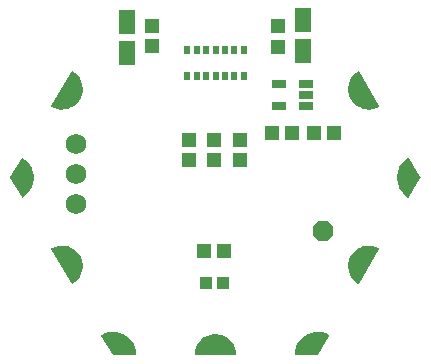
<source format=gbr>
G04 EAGLE Gerber RS-274X export*
G75*
%MOMM*%
%FSLAX34Y34*%
%LPD*%
%INSoldermask Top*%
%IPPOS*%
%AMOC8*
5,1,8,0,0,1.08239X$1,22.5*%
G01*
%ADD10R,1.203200X1.303200*%
%ADD11R,1.003200X1.003200*%
%ADD12P,1.869504X8X22.500000*%
%ADD13C,1.727200*%
%ADD14R,0.553200X0.703200*%
%ADD15R,1.219200X0.711200*%
%ADD16R,1.433200X2.003200*%
%ADD17R,1.303200X1.203200*%
%ADD18C,1.203200*%

G36*
X362310Y196375D02*
X362310Y196375D01*
X362339Y196373D01*
X362406Y196395D01*
X362476Y196409D01*
X362500Y196426D01*
X362528Y196435D01*
X362581Y196481D01*
X362640Y196522D01*
X362656Y196546D01*
X362678Y196565D01*
X362709Y196629D01*
X362747Y196689D01*
X362752Y196718D01*
X362765Y196744D01*
X362773Y196843D01*
X362780Y196885D01*
X362778Y196896D01*
X362779Y196910D01*
X362547Y199708D01*
X362537Y199741D01*
X362533Y199789D01*
X361844Y202511D01*
X361829Y202542D01*
X361817Y202589D01*
X360690Y205160D01*
X360670Y205189D01*
X360650Y205233D01*
X359115Y207583D01*
X359090Y207608D01*
X359064Y207649D01*
X357162Y209714D01*
X357134Y209735D01*
X357102Y209770D01*
X354886Y211495D01*
X354855Y211510D01*
X354817Y211540D01*
X352348Y212876D01*
X352314Y212886D01*
X352272Y212909D01*
X351086Y213316D01*
X349632Y213816D01*
X349617Y213821D01*
X349582Y213825D01*
X349537Y213841D01*
X346767Y214303D01*
X346733Y214302D01*
X346685Y214310D01*
X343877Y214310D01*
X343843Y214303D01*
X343795Y214303D01*
X341026Y213841D01*
X340993Y213829D01*
X340946Y213821D01*
X338290Y212909D01*
X338261Y212892D01*
X338215Y212876D01*
X335746Y211540D01*
X335719Y211517D01*
X335676Y211495D01*
X333461Y209770D01*
X333438Y209744D01*
X333400Y209714D01*
X331499Y207649D01*
X331481Y207619D01*
X331448Y207583D01*
X329912Y205233D01*
X329899Y205201D01*
X329873Y205160D01*
X328745Y202589D01*
X328738Y202555D01*
X328735Y202549D01*
X328729Y202540D01*
X328728Y202534D01*
X328718Y202511D01*
X328029Y199789D01*
X328027Y199755D01*
X328016Y199708D01*
X327784Y196910D01*
X327787Y196881D01*
X327782Y196852D01*
X327799Y196783D01*
X327807Y196713D01*
X327822Y196687D01*
X327828Y196659D01*
X327870Y196602D01*
X327906Y196540D01*
X327929Y196522D01*
X327946Y196499D01*
X328007Y196462D01*
X328064Y196419D01*
X328092Y196412D01*
X328117Y196397D01*
X328215Y196381D01*
X328257Y196370D01*
X328268Y196372D01*
X328281Y196370D01*
X362281Y196370D01*
X362310Y196375D01*
G37*
G36*
X223888Y256679D02*
X223888Y256679D01*
X223959Y256676D01*
X223986Y256686D01*
X224015Y256688D01*
X224106Y256730D01*
X224145Y256745D01*
X224153Y256753D01*
X224166Y256759D01*
X226470Y258358D01*
X226494Y258383D01*
X226533Y258411D01*
X228542Y260368D01*
X228562Y260396D01*
X228596Y260430D01*
X230256Y262691D01*
X230270Y262722D01*
X230299Y262761D01*
X231563Y265264D01*
X231573Y265297D01*
X231594Y265340D01*
X232430Y268018D01*
X232433Y268052D01*
X232448Y268098D01*
X232831Y270876D01*
X232829Y270911D01*
X232836Y270959D01*
X232757Y273762D01*
X232749Y273796D01*
X232747Y273844D01*
X232208Y276596D01*
X232195Y276628D01*
X232186Y276675D01*
X231200Y279301D01*
X231185Y279326D01*
X231180Y279346D01*
X231172Y279356D01*
X231165Y279376D01*
X229761Y281804D01*
X229738Y281830D01*
X229714Y281871D01*
X227930Y284035D01*
X227903Y284057D01*
X227872Y284094D01*
X225756Y285934D01*
X225726Y285952D01*
X225690Y285983D01*
X223300Y287450D01*
X223267Y287462D01*
X223226Y287488D01*
X220627Y288541D01*
X220593Y288548D01*
X220548Y288566D01*
X217811Y289177D01*
X217777Y289178D01*
X217730Y289188D01*
X214929Y289341D01*
X214895Y289336D01*
X214847Y289339D01*
X212060Y289028D01*
X212027Y289018D01*
X211979Y289013D01*
X209281Y288248D01*
X209250Y288232D01*
X209203Y288219D01*
X206668Y287020D01*
X206644Y287003D01*
X206617Y286992D01*
X206566Y286944D01*
X206509Y286901D01*
X206494Y286876D01*
X206473Y286856D01*
X206444Y286791D01*
X206409Y286729D01*
X206405Y286700D01*
X206393Y286674D01*
X206392Y286603D01*
X206383Y286532D01*
X206391Y286504D01*
X206391Y286475D01*
X206426Y286382D01*
X206437Y286341D01*
X206444Y286332D01*
X206449Y286319D01*
X223449Y256919D01*
X223468Y256897D01*
X223481Y256871D01*
X223534Y256823D01*
X223581Y256770D01*
X223607Y256757D01*
X223629Y256738D01*
X223696Y256715D01*
X223760Y256684D01*
X223789Y256683D01*
X223817Y256674D01*
X223888Y256679D01*
G37*
G36*
X475667Y404401D02*
X475667Y404401D01*
X475716Y404399D01*
X478503Y404709D01*
X478536Y404720D01*
X478584Y404725D01*
X481282Y405490D01*
X481313Y405506D01*
X481359Y405519D01*
X483895Y406717D01*
X483918Y406735D01*
X483945Y406745D01*
X483997Y406794D01*
X484054Y406836D01*
X484069Y406862D01*
X484090Y406882D01*
X484118Y406947D01*
X484154Y407008D01*
X484158Y407037D01*
X484169Y407064D01*
X484170Y407135D01*
X484179Y407206D01*
X484171Y407234D01*
X484172Y407263D01*
X484137Y407356D01*
X484125Y407397D01*
X484118Y407406D01*
X484113Y407419D01*
X467113Y436819D01*
X467094Y436840D01*
X467082Y436867D01*
X467029Y436914D01*
X466982Y436968D01*
X466955Y436980D01*
X466934Y437000D01*
X466866Y437023D01*
X466802Y437053D01*
X466773Y437054D01*
X466745Y437064D01*
X466674Y437059D01*
X466604Y437062D01*
X466576Y437052D01*
X466547Y437050D01*
X466457Y437007D01*
X466417Y436992D01*
X466409Y436985D01*
X466397Y436979D01*
X464093Y435379D01*
X464069Y435354D01*
X464029Y435327D01*
X462020Y433370D01*
X462001Y433341D01*
X461966Y433308D01*
X460307Y431047D01*
X460292Y431015D01*
X460264Y430977D01*
X458999Y428473D01*
X458990Y428440D01*
X458968Y428397D01*
X458133Y425720D01*
X458129Y425685D01*
X458115Y425639D01*
X457731Y422861D01*
X457733Y422827D01*
X457727Y422779D01*
X457806Y419976D01*
X457814Y419942D01*
X457815Y419894D01*
X458355Y417141D01*
X458368Y417109D01*
X458377Y417062D01*
X459362Y414436D01*
X459381Y414407D01*
X459397Y414362D01*
X460801Y411934D01*
X460824Y411908D01*
X460848Y411866D01*
X462633Y409703D01*
X462659Y409681D01*
X462690Y409644D01*
X464806Y407803D01*
X464836Y407786D01*
X464873Y407754D01*
X467263Y406287D01*
X467295Y406275D01*
X467336Y406250D01*
X469935Y405196D01*
X469970Y405190D01*
X470014Y405172D01*
X472751Y404560D01*
X472786Y404560D01*
X472833Y404549D01*
X475633Y404396D01*
X475667Y404401D01*
G37*
G36*
X466707Y256679D02*
X466707Y256679D01*
X466778Y256679D01*
X466805Y256690D01*
X466834Y256693D01*
X466896Y256728D01*
X466962Y256756D01*
X466982Y256776D01*
X467007Y256791D01*
X467071Y256867D01*
X467101Y256898D01*
X467105Y256908D01*
X467113Y256919D01*
X484113Y286319D01*
X484123Y286347D01*
X484139Y286370D01*
X484154Y286440D01*
X484177Y286507D01*
X484174Y286536D01*
X484181Y286565D01*
X484167Y286635D01*
X484161Y286706D01*
X484148Y286732D01*
X484142Y286760D01*
X484103Y286819D01*
X484070Y286882D01*
X484047Y286901D01*
X484031Y286925D01*
X483949Y286982D01*
X483917Y287009D01*
X483906Y287012D01*
X483895Y287020D01*
X481359Y288219D01*
X481325Y288227D01*
X481282Y288248D01*
X478584Y289013D01*
X478549Y289015D01*
X478503Y289028D01*
X475716Y289339D01*
X475681Y289336D01*
X475633Y289341D01*
X472833Y289188D01*
X472799Y289180D01*
X472751Y289177D01*
X470014Y288566D01*
X469983Y288552D01*
X469935Y288541D01*
X467336Y287488D01*
X467307Y287468D01*
X467263Y287450D01*
X464873Y285983D01*
X464847Y285960D01*
X464806Y285934D01*
X462690Y284094D01*
X462669Y284066D01*
X462633Y284035D01*
X460848Y281871D01*
X460832Y281841D01*
X460801Y281804D01*
X459397Y279376D01*
X459386Y279343D01*
X459379Y279330D01*
X459369Y279315D01*
X459369Y279313D01*
X459362Y279301D01*
X458377Y276675D01*
X458372Y276641D01*
X458355Y276596D01*
X457815Y273844D01*
X457815Y273809D01*
X457806Y273762D01*
X457727Y270959D01*
X457733Y270924D01*
X457731Y270876D01*
X458115Y268098D01*
X458126Y268065D01*
X458133Y268018D01*
X458968Y265340D01*
X458985Y265310D01*
X458999Y265264D01*
X460264Y262761D01*
X460285Y262734D01*
X460307Y262691D01*
X461966Y260430D01*
X461992Y260407D01*
X462020Y260368D01*
X464029Y258411D01*
X464058Y258392D01*
X464093Y258358D01*
X466397Y256759D01*
X466423Y256747D01*
X466446Y256729D01*
X466514Y256708D01*
X466579Y256680D01*
X466608Y256680D01*
X466636Y256672D01*
X466707Y256679D01*
G37*
G36*
X217730Y404549D02*
X217730Y404549D01*
X217763Y404558D01*
X217811Y404560D01*
X220548Y405172D01*
X220580Y405186D01*
X220627Y405196D01*
X223226Y406250D01*
X223255Y406269D01*
X223300Y406287D01*
X225690Y407754D01*
X225715Y407778D01*
X225756Y407803D01*
X227872Y409644D01*
X227894Y409671D01*
X227930Y409703D01*
X229714Y411866D01*
X229731Y411897D01*
X229761Y411934D01*
X231165Y414362D01*
X231176Y414395D01*
X231200Y414436D01*
X232186Y417062D01*
X232191Y417096D01*
X232208Y417141D01*
X232747Y419894D01*
X232747Y419928D01*
X232757Y419976D01*
X232836Y422779D01*
X232830Y422813D01*
X232831Y422861D01*
X232448Y425639D01*
X232436Y425672D01*
X232430Y425720D01*
X231594Y428397D01*
X231578Y428428D01*
X231563Y428473D01*
X230299Y430977D01*
X230277Y431004D01*
X230256Y431047D01*
X228596Y433308D01*
X228571Y433331D01*
X228542Y433370D01*
X226533Y435327D01*
X226504Y435346D01*
X226470Y435379D01*
X224166Y436979D01*
X224139Y436990D01*
X224117Y437009D01*
X224049Y437029D01*
X223983Y437057D01*
X223954Y437058D01*
X223926Y437066D01*
X223856Y437058D01*
X223785Y437059D01*
X223758Y437047D01*
X223729Y437044D01*
X223667Y437009D01*
X223601Y436982D01*
X223581Y436961D01*
X223555Y436947D01*
X223492Y436870D01*
X223462Y436840D01*
X223458Y436829D01*
X223449Y436819D01*
X206449Y407419D01*
X206440Y407391D01*
X206423Y407367D01*
X206408Y407298D01*
X206386Y407230D01*
X206388Y407201D01*
X206382Y407173D01*
X206396Y407103D01*
X206401Y407032D01*
X206415Y407006D01*
X206420Y406977D01*
X206460Y406919D01*
X206493Y406855D01*
X206515Y406837D01*
X206531Y406813D01*
X206613Y406756D01*
X206646Y406729D01*
X206656Y406725D01*
X206668Y406717D01*
X209203Y405519D01*
X209237Y405511D01*
X209281Y405490D01*
X211979Y404725D01*
X212013Y404722D01*
X212060Y404709D01*
X214847Y404399D01*
X214882Y404402D01*
X214929Y404396D01*
X217730Y404549D01*
G37*
G36*
X509008Y329879D02*
X509008Y329879D01*
X509079Y329879D01*
X509106Y329890D01*
X509135Y329894D01*
X509197Y329929D01*
X509263Y329956D01*
X509283Y329977D01*
X509308Y329991D01*
X509372Y330068D01*
X509401Y330099D01*
X509405Y330109D01*
X509414Y330120D01*
X518914Y346620D01*
X518924Y346651D01*
X518933Y346664D01*
X518937Y346689D01*
X518938Y346692D01*
X518969Y346763D01*
X518970Y346786D01*
X518977Y346808D01*
X518971Y346885D01*
X518972Y346962D01*
X518963Y346986D01*
X518961Y347007D01*
X518941Y347046D01*
X518914Y347118D01*
X509414Y363618D01*
X509395Y363640D01*
X509383Y363666D01*
X509330Y363714D01*
X509282Y363767D01*
X509256Y363780D01*
X509235Y363799D01*
X509167Y363822D01*
X509103Y363853D01*
X509074Y363854D01*
X509047Y363864D01*
X508976Y363859D01*
X508904Y363862D01*
X508877Y363852D01*
X508848Y363850D01*
X508758Y363808D01*
X508718Y363793D01*
X508710Y363785D01*
X508698Y363780D01*
X506174Y362038D01*
X506151Y362013D01*
X506112Y361987D01*
X503901Y359863D01*
X503881Y359835D01*
X503847Y359803D01*
X502005Y357352D01*
X501991Y357321D01*
X501962Y357284D01*
X500538Y354569D01*
X500528Y354537D01*
X500512Y354512D01*
X500511Y354504D01*
X500506Y354495D01*
X499535Y351586D01*
X499531Y351553D01*
X499516Y351508D01*
X499024Y348482D01*
X499025Y348448D01*
X499018Y348402D01*
X499018Y345336D01*
X499018Y345332D01*
X499018Y345330D01*
X499024Y345303D01*
X499024Y345302D01*
X499024Y345256D01*
X499516Y342229D01*
X499528Y342197D01*
X499535Y342151D01*
X500506Y339243D01*
X500523Y339213D01*
X500538Y339169D01*
X501962Y336454D01*
X501984Y336428D01*
X502005Y336386D01*
X503847Y333935D01*
X503873Y333912D01*
X503901Y333875D01*
X506112Y331750D01*
X506141Y331732D01*
X506174Y331700D01*
X508698Y329958D01*
X508724Y329947D01*
X508747Y329928D01*
X508815Y329908D01*
X508881Y329880D01*
X508909Y329880D01*
X508937Y329871D01*
X509008Y329879D01*
G37*
G36*
X181587Y329879D02*
X181587Y329879D01*
X181658Y329875D01*
X181685Y329886D01*
X181714Y329888D01*
X181805Y329930D01*
X181845Y329945D01*
X181853Y329952D01*
X181865Y329958D01*
X184388Y331700D01*
X184412Y331724D01*
X184451Y331750D01*
X186662Y333875D01*
X186681Y333902D01*
X186715Y333935D01*
X188557Y336386D01*
X188572Y336417D01*
X188600Y336454D01*
X190025Y339169D01*
X190034Y339201D01*
X190057Y339243D01*
X191027Y342151D01*
X191032Y342185D01*
X191047Y342229D01*
X191539Y345256D01*
X191537Y345289D01*
X191545Y345336D01*
X191545Y348402D01*
X191538Y348435D01*
X191539Y348482D01*
X191047Y351508D01*
X191035Y351540D01*
X191027Y351586D01*
X190057Y354495D01*
X190043Y354518D01*
X190037Y354543D01*
X190031Y354552D01*
X190025Y354569D01*
X188600Y357284D01*
X188579Y357310D01*
X188557Y357352D01*
X186715Y359803D01*
X186690Y359825D01*
X186662Y359863D01*
X184451Y361987D01*
X184422Y362005D01*
X184388Y362038D01*
X181865Y363780D01*
X181838Y363791D01*
X181816Y363809D01*
X181748Y363830D01*
X181682Y363858D01*
X181653Y363858D01*
X181625Y363866D01*
X181554Y363858D01*
X181483Y363858D01*
X181457Y363847D01*
X181428Y363844D01*
X181365Y363809D01*
X181300Y363781D01*
X181280Y363760D01*
X181254Y363746D01*
X181191Y363669D01*
X181161Y363639D01*
X181157Y363628D01*
X181149Y363618D01*
X171649Y347118D01*
X171624Y347045D01*
X171593Y346974D01*
X171593Y346951D01*
X171586Y346929D01*
X171592Y346853D01*
X171591Y346776D01*
X171600Y346751D01*
X171601Y346731D01*
X171622Y346691D01*
X171641Y346639D01*
X171643Y346634D01*
X171644Y346632D01*
X171649Y346620D01*
X181149Y330120D01*
X181168Y330098D01*
X181180Y330072D01*
X181233Y330024D01*
X181280Y329971D01*
X181306Y329958D01*
X181328Y329939D01*
X181395Y329915D01*
X181459Y329885D01*
X181488Y329883D01*
X181516Y329874D01*
X181587Y329879D01*
G37*
G36*
X431957Y196385D02*
X431957Y196385D01*
X432035Y196394D01*
X432054Y196405D01*
X432076Y196409D01*
X432140Y196453D01*
X432208Y196491D01*
X432224Y196511D01*
X432240Y196522D01*
X432264Y196559D01*
X432314Y196620D01*
X441814Y213120D01*
X441823Y213147D01*
X441839Y213170D01*
X441854Y213241D01*
X441877Y213308D01*
X441875Y213337D01*
X441881Y213365D01*
X441867Y213435D01*
X441861Y213507D01*
X441848Y213532D01*
X441842Y213560D01*
X441802Y213619D01*
X441769Y213683D01*
X441747Y213701D01*
X441731Y213725D01*
X441648Y213783D01*
X441616Y213809D01*
X441606Y213812D01*
X441595Y213820D01*
X438829Y215129D01*
X438796Y215137D01*
X438754Y215157D01*
X435814Y216005D01*
X435780Y216007D01*
X435735Y216021D01*
X432697Y216386D01*
X432663Y216383D01*
X432617Y216389D01*
X429559Y216262D01*
X429526Y216254D01*
X429480Y216252D01*
X426482Y215637D01*
X426451Y215623D01*
X426405Y215614D01*
X423545Y214526D01*
X423517Y214508D01*
X423473Y214491D01*
X420825Y212958D01*
X420799Y212936D01*
X420759Y212912D01*
X418391Y210974D01*
X418369Y210948D01*
X418333Y210919D01*
X416307Y208626D01*
X416290Y208597D01*
X416259Y208562D01*
X414626Y205974D01*
X414614Y205942D01*
X414589Y205902D01*
X413393Y203086D01*
X413386Y203053D01*
X413383Y203046D01*
X413379Y203039D01*
X413378Y203034D01*
X413368Y203010D01*
X412639Y200038D01*
X412638Y200004D01*
X412626Y199959D01*
X412384Y196908D01*
X412387Y196880D01*
X412382Y196852D01*
X412399Y196782D01*
X412408Y196711D01*
X412422Y196686D01*
X412428Y196659D01*
X412471Y196601D01*
X412507Y196539D01*
X412529Y196521D01*
X412546Y196499D01*
X412608Y196462D01*
X412665Y196419D01*
X412693Y196412D01*
X412717Y196397D01*
X412817Y196380D01*
X412858Y196370D01*
X412869Y196372D01*
X412881Y196370D01*
X431881Y196370D01*
X431957Y196385D01*
G37*
G36*
X277709Y196375D02*
X277709Y196375D01*
X277737Y196373D01*
X277806Y196395D01*
X277876Y196409D01*
X277900Y196425D01*
X277926Y196434D01*
X277981Y196481D01*
X278040Y196522D01*
X278055Y196545D01*
X278077Y196564D01*
X278108Y196629D01*
X278147Y196689D01*
X278152Y196717D01*
X278164Y196743D01*
X278173Y196844D01*
X278180Y196885D01*
X278178Y196895D01*
X278179Y196908D01*
X277936Y199959D01*
X277927Y199991D01*
X277924Y200038D01*
X277195Y203010D01*
X277180Y203040D01*
X277170Y203086D01*
X275974Y205902D01*
X275954Y205930D01*
X275936Y205974D01*
X274304Y208562D01*
X274280Y208586D01*
X274256Y208626D01*
X272229Y210919D01*
X272202Y210939D01*
X272172Y210974D01*
X269804Y212912D01*
X269774Y212928D01*
X269738Y212958D01*
X267090Y214491D01*
X267057Y214502D01*
X267017Y214526D01*
X264157Y215614D01*
X264124Y215620D01*
X264080Y215637D01*
X261083Y216252D01*
X261049Y216252D01*
X261003Y216262D01*
X257946Y216389D01*
X257913Y216384D01*
X257866Y216386D01*
X254828Y216021D01*
X254796Y216010D01*
X254749Y216005D01*
X251809Y215157D01*
X251779Y215141D01*
X251734Y215129D01*
X248968Y213820D01*
X248945Y213803D01*
X248918Y213793D01*
X248866Y213744D01*
X248809Y213701D01*
X248794Y213676D01*
X248773Y213657D01*
X248744Y213591D01*
X248708Y213529D01*
X248705Y213501D01*
X248693Y213474D01*
X248692Y213403D01*
X248683Y213332D01*
X248691Y213304D01*
X248691Y213276D01*
X248726Y213181D01*
X248737Y213140D01*
X248744Y213132D01*
X248749Y213120D01*
X258249Y196620D01*
X258300Y196561D01*
X258346Y196499D01*
X258365Y196487D01*
X258380Y196471D01*
X258450Y196437D01*
X258517Y196397D01*
X258542Y196393D01*
X258559Y196385D01*
X258604Y196383D01*
X258681Y196370D01*
X277681Y196370D01*
X277709Y196375D01*
G37*
D10*
X428371Y384580D03*
X445371Y384580D03*
D11*
X336912Y257241D03*
X351912Y257241D03*
D12*
X436395Y301669D03*
D10*
X352912Y284386D03*
X335912Y284386D03*
D13*
X226940Y375577D03*
X226940Y350177D03*
X226940Y324777D03*
D14*
X321408Y454520D03*
X329408Y454520D03*
X337408Y454520D03*
X345408Y454520D03*
X353408Y454520D03*
X361408Y454520D03*
X369408Y454520D03*
X321408Y433020D03*
X329408Y433020D03*
X337408Y433020D03*
X345408Y433020D03*
X353408Y433020D03*
X361408Y433020D03*
X369408Y433020D03*
D15*
X422085Y407505D03*
X422085Y417005D03*
X422085Y426505D03*
X399225Y426505D03*
X399225Y407505D03*
D10*
X398304Y457781D03*
X398304Y474781D03*
X291497Y475574D03*
X291497Y458574D03*
D16*
X270510Y478587D03*
X270510Y452387D03*
X419322Y454070D03*
X419322Y480270D03*
D17*
X323056Y378388D03*
X323056Y361388D03*
X344488Y378388D03*
X344488Y361388D03*
X365919Y378388D03*
X365919Y361388D03*
D18*
X510481Y346869D03*
X427881Y203769D03*
X262681Y203769D03*
X180081Y346869D03*
X469181Y418369D03*
X467594Y275369D03*
X345281Y203769D03*
X221381Y275369D03*
X221381Y418369D03*
D17*
X410138Y384969D03*
X393138Y384969D03*
M02*

</source>
